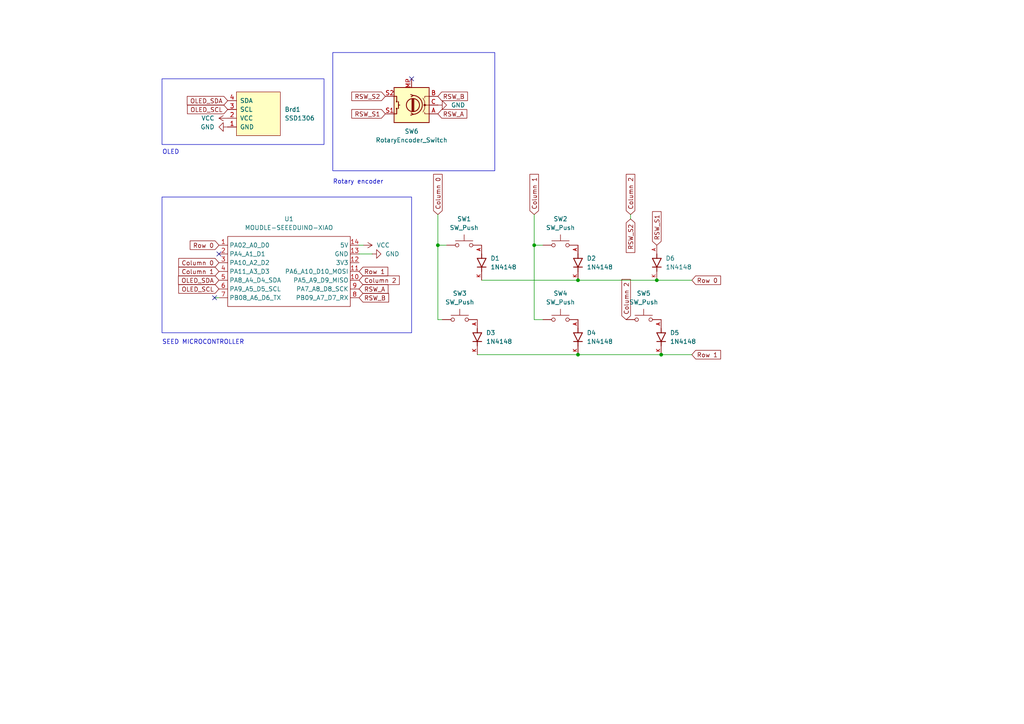
<source format=kicad_sch>
(kicad_sch (version 20231120) (generator "eeschema") (generator_version "8.0")
  (paper "A4")
  (lib_symbols
    (symbol "1N4148 Diode:1N4148" (pin_names (offset 1.016))
      (property "Reference" "D" (at -5.08 2.54 0))
      (property "Value" "1N4148" (at -5.08 -3.81 0))
      (symbol "1N4148_0_0"
        (polyline (pts (xy -2.54 0) (xy -1.27 0)) (stroke (width 0.254)))
        (polyline (pts (xy -1.27 -1.27) (xy 1.27 0)) (stroke (width 0.254)))
        (polyline (pts (xy -1.27 0) (xy -1.27 -1.27)) (stroke (width 0.254)))
        (polyline (pts (xy -1.27 1.27) (xy -1.27 0)) (stroke (width 0.254)))
        (polyline (pts (xy 1.27 0) (xy -1.27 1.27)) (stroke (width 0.254)))
        (polyline (pts (xy 1.27 0) (xy 1.27 -1.27)) (stroke (width 0.254)))
        (polyline (pts (xy 1.27 0) (xy 2.54 0)) (stroke (width 0.254)))
        (polyline (pts (xy 1.27 1.27) (xy 1.27 0)) (stroke (width 0.254)))
        (pin passive line (at -5.08 0 0) (length 2.54) (name "~") (number "A"))
        (pin passive line (at 5.08 0 180) (length 2.54) (name "~") (number "K"))
      )
    )
    (symbol "Device:RotaryEncoder_Switch_MP" (pin_names (offset 0.254) hide)
      (property "Reference" "SW" (at 0 8.89 0))
      (property "Value" "RotaryEncoder_Switch_MP" (at 0 6.35 0))
      (symbol "RotaryEncoder_Switch_MP_0_1"
        (rectangle (start -5.08 5.08) (end 5.08 -5.08) (stroke (width 0.254)) (fill (type background)))
        (circle (center -3.81 0) (radius 0.254) (fill (type outline)))
        (circle (center -0.381 0) (radius 1.905) (stroke (width 0.254)))
        (arc (start -0.381 2.667) (mid -3.0988 -0.0635) (end -0.381 -2.794) (stroke (width 0.254)))
        (polyline (pts (xy -0.635 -1.778) (xy -0.635 1.778)) (stroke (width 0.254)))
        (polyline (pts (xy -0.381 -1.778) (xy -0.381 1.778)) (stroke (width 0.254)))
        (polyline (pts (xy -0.127 1.778) (xy -0.127 -1.778)) (stroke (width 0.254)))
        (polyline (pts (xy 3.81 0) (xy 3.429 0)) (stroke (width 0.254)))
        (polyline (pts (xy 3.81 1.016) (xy 3.81 -1.016)) (stroke (width 0.254)))
        (polyline (pts (xy -5.08 -2.54) (xy -3.81 -2.54) (xy -3.81 -2.032)))
        (polyline (pts (xy -5.08 2.54) (xy -3.81 2.54) (xy -3.81 2.032)))
        (polyline (pts (xy 0.254 -3.048) (xy -0.508 -2.794) (xy 0.127 -2.413)) (stroke (width 0.254)))
        (polyline (pts (xy 0.254 2.921) (xy -0.508 2.667) (xy 0.127 2.286)) (stroke (width 0.254)))
        (polyline (pts (xy 5.08 -2.54) (xy 4.318 -2.54) (xy 4.318 -1.016)) (stroke (width 0.254)))
        (polyline (pts (xy 5.08 2.54) (xy 4.318 2.54) (xy 4.318 1.016)) (stroke (width 0.254)))
        (polyline (pts (xy -5.08 0) (xy -3.81 0) (xy -3.81 -1.016) (xy -3.302 -2.032)))
        (polyline (pts (xy -4.318 0) (xy -3.81 0) (xy -3.81 1.016) (xy -3.302 2.032)))
        (circle (center 4.318 -1.016) (radius 0.127) (stroke (width 0.254)))
        (circle (center 4.318 1.016) (radius 0.127) (stroke (width 0.254)))
      )
      (symbol "RotaryEncoder_Switch_MP_1_1"
        (pin passive line (at -7.62 2.54 0) (length 2.54) (name "A") (number "A"))
        (pin passive line (at -7.62 -2.54 0) (length 2.54) (name "B") (number "B"))
        (pin passive line (at -7.62 0 0) (length 2.54) (name "C") (number "C"))
        (pin passive line (at 0 -7.62 90) (length 2.54) (name "MP") (number "MP"))
        (pin passive line (at 7.62 2.54 180) (length 2.54) (name "S1") (number "S1"))
        (pin passive line (at 7.62 -2.54 180) (length 2.54) (name "S2") (number "S2"))
      )
    )
    (symbol "SSD1306 128x64 OLED Display:SSD1306" (pin_names (offset 1.016))
      (property "Reference" "Brd" (at 0 -3.81 0))
      (property "Value" "SSD1306" (at 0 -1.27 0))
      (symbol "SSD1306_0_1"
        (rectangle (start -6.35 6.35) (end 6.35 -6.35) (fill (type background)))
      )
      (symbol "SSD1306_1_1"
        (pin input line (at -3.81 8.89 270) (length 2.54) (name "GND") (number "1"))
        (pin input line (at -1.27 8.89 270) (length 2.54) (name "VCC") (number "2"))
        (pin input line (at 1.27 8.89 270) (length 2.54) (name "SCL") (number "3"))
        (pin input line (at 3.81 8.89 270) (length 2.54) (name "SDA") (number "4"))
      )
    )
    (symbol "Switch:SW_Push" (pin_numbers hide) (pin_names (offset 1.016) hide)
      (property "Reference" "SW" (at 1.27 2.54 0))
      (property "Value" "SW_Push" (at 0 -1.524 0))
      (symbol "SW_Push_0_1"
        (circle (center -2.032 0) (radius 0.508))
        (polyline (pts (xy 0 1.27) (xy 0 3.048)))
        (polyline (pts (xy 2.54 1.27) (xy -2.54 1.27)))
        (circle (center 2.032 0) (radius 0.508))
        (pin passive line (at -5.08 0 0) (length 2.54) (name "1") (number "1"))
        (pin passive line (at 5.08 0 180) (length 2.54) (name "2") (number "2"))
      )
    )
    (symbol "XIAO_RP2040:MOUDLE-SEEEDUINO-XIAO"
      (property "Reference" "U" (at -16.51 11.43 0))
      (property "Value" "MOUDLE-SEEEDUINO-XIAO" (at -3.81 -11.43 0))
      (symbol "MOUDLE-SEEEDUINO-XIAO_0_1"
        (rectangle (start -16.51 10.16) (end 19.05 -10.16))
      )
      (symbol "MOUDLE-SEEEDUINO-XIAO_1_1"
        (pin passive line (at -19.05 7.62 0) (length 2.54) (name "PA02_A0_D0") (number "1"))
        (pin passive line (at 21.59 -2.54 180) (length 2.54) (name "PA5_A9_D9_MISO") (number "10"))
        (pin passive line (at 21.59 0 180) (length 2.54) (name "PA6_A10_D10_MOSI") (number "11"))
        (pin passive line (at 21.59 2.54 180) (length 2.54) (name "3V3") (number "12"))
        (pin passive line (at 21.59 5.08 180) (length 2.54) (name "GND") (number "13"))
        (pin passive line (at 21.59 7.62 180) (length 2.54) (name "5V") (number "14"))
        (pin passive line (at -19.05 5.08 0) (length 2.54) (name "PA4_A1_D1") (number "2"))
        (pin passive line (at -19.05 2.54 0) (length 2.54) (name "PA10_A2_D2") (number "3"))
        (pin passive line (at -19.05 0 0) (length 2.54) (name "PA11_A3_D3") (number "4"))
        (pin passive line (at -19.05 -2.54 0) (length 2.54) (name "PA8_A4_D4_SDA") (number "5"))
        (pin passive line (at -19.05 -5.08 0) (length 2.54) (name "PA9_A5_D5_SCL") (number "6"))
        (pin passive line (at -19.05 -7.62 0) (length 2.54) (name "PB08_A6_D6_TX") (number "7"))
        (pin passive line (at 21.59 -7.62 180) (length 2.54) (name "PB09_A7_D7_RX") (number "8"))
        (pin passive line (at 21.59 -5.08 180) (length 2.54) (name "PA7_A8_D8_SCK") (number "9"))
      )
    )
    (symbol "power:GND" (power) (pin_numbers hide) (pin_names (offset 0) hide)
      (property "Value" "GND" (at 0 -3.81 0))
      (symbol "GND_0_1"
        (polyline (pts (xy 0 0) (xy 0 -1.27) (xy 1.27 -1.27) (xy 0 -2.54) (xy -1.27 -1.27) (xy 0 -1.27)))
      )
      (symbol "GND_1_1"
        (pin power_in line (at 0 0 270) (length 0) (name "~") (number "1"))
      )
    )
    (symbol "power:VCC" (power) (pin_numbers hide) (pin_names (offset 0) hide)
      (property "Value" "VCC" (at 0 3.556 0))
      (symbol "VCC_0_1"
        (polyline (pts (xy -0.762 1.27) (xy 0 2.54)))
        (polyline (pts (xy 0 0) (xy 0 2.54)))
        (polyline (pts (xy 0 2.54) (xy 0.762 1.27)))
      )
      (symbol "VCC_1_1"
        (pin power_in line (at 0 0 90) (length 0) (name "~") (number "1"))
      )
    )
  )
  (junction (at 154.94 71.12))
  (junction (at 191.77 102.87))
  (junction (at 190.5 81.28))
  (junction (at 127 71.12))
  (junction (at 167.64 81.28))
  (junction (at 167.64 102.87))
  (no_connect (at 119.38 22.86))
  (no_connect (at 62.23 86.36))
  (no_connect (at 63.5 73.66))
  (wire (pts (xy 139.7 81.28) (xy 167.64 81.28)))
  (wire (pts (xy 182.88 62.23) (xy 182.88 63.5)))
  (wire (pts (xy 190.5 81.28) (xy 200.66 81.28)))
  (wire (pts (xy 127 92.71) (xy 128.27 92.71)))
  (wire (pts (xy 167.64 102.87) (xy 191.77 102.87)))
  (wire (pts (xy 154.94 62.23) (xy 154.94 71.12)))
  (wire (pts (xy 127 62.23) (xy 127 71.12)))
  (wire (pts (xy 154.94 71.12) (xy 157.48 71.12)))
  (wire (pts (xy 138.43 102.87) (xy 167.64 102.87)))
  (wire (pts (xy 127 71.12) (xy 129.54 71.12)))
  (wire (pts (xy 62.23 86.36) (xy 63.5 86.36)))
  (wire (pts (xy 154.94 71.12) (xy 154.94 92.71)))
  (wire (pts (xy 127 71.12) (xy 127 92.71)))
  (wire (pts (xy 154.94 92.71) (xy 157.48 92.71)))
  (wire (pts (xy 191.77 102.87) (xy 200.66 102.87)))
  (wire (pts (xy 167.64 81.28) (xy 190.5 81.28)))
  (wire (pts (xy 105.41 71.12) (xy 104.14 71.12)))
  (wire (pts (xy 107.95 73.66) (xy 104.14 73.66)))
  (rectangle (start 96.52 15.24) (end 143.51 49.53))
  (rectangle (start 46.99 57.15) (end 119.38 96.52))
  (rectangle (start 46.99 22.86) (end 93.98 41.91))
  (text "SEED MICROCONTROLLER\n" (at 58.928 99.314 0) (effects (font (size 1.27 1.27))))
  (text "Rotary encoder\n" (at 103.886 52.832 0) (effects (font (size 1.27 1.27))))
  (text "OLED" (at 49.53 44.196 0) (effects (font (size 1.27 1.27))))
  (global_label "OLED_SDA" (shape input) (at 66.04 29.21 180) (property "Intersheetrefs" "${INTERSHEET_REFS}" (effects (hide yes))))
  (global_label "Row 0" (shape input) (at 63.5 71.12 180) (property "Intersheetrefs" "${INTERSHEET_REFS}" (effects (hide yes))))
  (global_label "Column 0" (shape input) (at 63.5 76.2 180) (property "Intersheetrefs" "${INTERSHEET_REFS}" (effects (hide yes))))
  (global_label "Column 2" (shape input) (at 181.61 92.71 90) (property "Intersheetrefs" "${INTERSHEET_REFS}" (effects (hide yes))))
  (global_label "OLED_SDA" (shape input) (at 63.5 81.28 180) (property "Intersheetrefs" "${INTERSHEET_REFS}" (effects (hide yes))))
  (global_label "Row 1" (shape input) (at 104.14 78.74 0) (property "Intersheetrefs" "${INTERSHEET_REFS}" (effects (hide yes))))
  (global_label "RSW_S2" (shape input) (at 182.88 63.5 270) (property "Intersheetrefs" "${INTERSHEET_REFS}" (effects (hide yes))))
  (global_label "Column 0" (shape input) (at 127 62.23 90) (property "Intersheetrefs" "${INTERSHEET_REFS}" (effects (hide yes))))
  (global_label "RSW_B" (shape input) (at 127 27.94 0) (property "Intersheetrefs" "${INTERSHEET_REFS}" (effects (hide yes))))
  (global_label "RSW_A" (shape input) (at 104.14 83.82 0) (property "Intersheetrefs" "${INTERSHEET_REFS}" (effects (hide yes))))
  (global_label "OLED_SCL" (shape input) (at 66.04 31.75 180) (property "Intersheetrefs" "${INTERSHEET_REFS}" (effects (hide yes))))
  (global_label "RSW_A" (shape input) (at 127 33.02 0) (property "Intersheetrefs" "${INTERSHEET_REFS}" (effects (hide yes))))
  (global_label "Column 1" (shape input) (at 154.94 62.23 90) (property "Intersheetrefs" "${INTERSHEET_REFS}" (effects (hide yes))))
  (global_label "RSW_S2" (shape input) (at 111.76 27.94 180) (property "Intersheetrefs" "${INTERSHEET_REFS}" (effects (hide yes))))
  (global_label "Column 2" (shape input) (at 104.14 81.28 0) (property "Intersheetrefs" "${INTERSHEET_REFS}" (effects (hide yes))))
  (global_label "RSW_S1" (shape input) (at 111.76 33.02 180) (property "Intersheetrefs" "${INTERSHEET_REFS}" (effects (hide yes))))
  (global_label "OLED_SCL" (shape input) (at 63.5 83.82 180) (property "Intersheetrefs" "${INTERSHEET_REFS}" (effects (hide yes))))
  (global_label "Column 2" (shape input) (at 182.88 62.23 90) (property "Intersheetrefs" "${INTERSHEET_REFS}" (effects (hide yes))))
  (global_label "RSW_S1" (shape input) (at 190.5 71.12 90) (property "Intersheetrefs" "${INTERSHEET_REFS}" (effects (hide yes))))
  (global_label "Row 1" (shape input) (at 200.66 102.87 0) (property "Intersheetrefs" "${INTERSHEET_REFS}" (effects (hide yes))))
  (global_label "RSW_B" (shape input) (at 104.14 86.36 0) (property "Intersheetrefs" "${INTERSHEET_REFS}" (effects (hide yes))))
  (global_label "Row 0" (shape input) (at 200.66 81.28 0) (property "Intersheetrefs" "${INTERSHEET_REFS}" (effects (hide yes))))
  (global_label "Column 1" (shape input) (at 63.5 78.74 180) (property "Intersheetrefs" "${INTERSHEET_REFS}" (effects (hide yes))))
  (symbol (lib_id "power:GND") (at 107.95 73.66 90) (unit 1)
    (property "Reference" "#PWR02" (effects (hide yes)))
    (property "Value" "GND" (at 111.76 73.6599 90) (effects (justify right)))
    (property "Description" "Power symbol creates a global label with name \"GND\" , ground" (effects (hide yes)))
  )
  (symbol (lib_id "1N4148 Diode:1N4148") (at 138.43 97.79 270) (unit 1)
    (property "Reference" "D3" (at 140.97 96.5199 90) (effects (justify left)))
    (property "Value" "1N4148" (at 140.97 99.0599 90) (effects (justify left)))
    (property "Footprint" "footprints:1N4148 Diode" (effects (hide yes)))
    (property "MF" "onsemi" (effects (hide yes)))
    (property "MAXIMUM_PACKAGE_HEIGHT" "1.91mm" (effects (hide yes)))
    (property "Package" "AXIAL LEAD-2 ON Semiconductor" (effects (hide yes)))
    (property "Price" "None" (effects (hide yes)))
    (property "Check_prices" "https://www.snapeda.com/parts/1N4148/Onsemi/view-part/?ref=eda" (effects (hide yes)))
    (property "STANDARD" "IPC-7351B" (effects (hide yes)))
    (property "PARTREV" "5" (effects (hide yes)))
    (property "SnapEDA_Link" "https://www.snapeda.com/parts/1N4148/Onsemi/view-part/?ref=snap" (effects (hide yes)))
    (property "MP" "1N4148" (effects (hide yes)))
    (property "Purchase-URL" "https://www.snapeda.com/api/url_track_click_mouser/?unipart_id=6591148&manufacturer=onsemi&part_name=1N4148&search_term=None" (effects (hide yes)))
    (property "Description_1" "\nDiode Standard 75V 200mA Surface Mount SOD-523F\n" (effects (hide yes)))
    (property "Availability" "In Stock" (effects (hide yes)))
    (property "MANUFACTURER" "Onsemi" (effects (hide yes)))
  )
  (symbol (lib_id "Device:RotaryEncoder_Switch_MP") (at 119.38 30.48 180) (unit 1)
    (property "Reference" "SW6" (at 119.38 38.1 0))
    (property "Value" "RotaryEncoder_Switch" (at 119.38 40.64 0))
    (property "Footprint" "Rotary_Encoder:RotaryEncoder_Alps_EC11E-Switch_Vertical_H20mm" (effects (hide yes)))
    (property "Description" "Rotary encoder, dual channel, incremental quadrate outputs, with switch and MP Pin" (effects (hide yes)))
  )
  (symbol (lib_id "1N4148 Diode:1N4148") (at 190.5 76.2 270) (unit 1)
    (property "Reference" "D6" (at 193.04 74.9299 90) (effects (justify left)))
    (property "Value" "1N4148" (at 193.04 77.4699 90) (effects (justify left)))
    (property "Footprint" "footprints:1N4148 Diode" (effects (hide yes)))
    (property "MF" "onsemi" (effects (hide yes)))
    (property "MAXIMUM_PACKAGE_HEIGHT" "1.91mm" (effects (hide yes)))
    (property "Package" "AXIAL LEAD-2 ON Semiconductor" (effects (hide yes)))
    (property "Price" "None" (effects (hide yes)))
    (property "Check_prices" "https://www.snapeda.com/parts/1N4148/Onsemi/view-part/?ref=eda" (effects (hide yes)))
    (property "STANDARD" "IPC-7351B" (effects (hide yes)))
    (property "PARTREV" "5" (effects (hide yes)))
    (property "SnapEDA_Link" "https://www.snapeda.com/parts/1N4148/Onsemi/view-part/?ref=snap" (effects (hide yes)))
    (property "MP" "1N4148" (effects (hide yes)))
    (property "Purchase-URL" "https://www.snapeda.com/api/url_track_click_mouser/?unipart_id=6591148&manufacturer=onsemi&part_name=1N4148&search_term=None" (effects (hide yes)))
    (property "Description_1" "\nDiode Standard 75V 200mA Surface Mount SOD-523F\n" (effects (hide yes)))
    (property "Availability" "In Stock" (effects (hide yes)))
    (property "MANUFACTURER" "Onsemi" (effects (hide yes)))
  )
  (symbol (lib_id "Switch:SW_Push") (at 162.56 71.12 0) (unit 1)
    (property "Reference" "SW2" (at 162.56 63.5 0))
    (property "Value" "SW_Push" (at 162.56 66.04 0))
    (property "Footprint" "Button_Switch_Keyboard:SW_Cherry_MX_1.00u_PCB" (effects (hide yes)))
    (property "Description" "Push button switch, generic, two pins" (effects (hide yes)))
  )
  (symbol (lib_id "1N4148 Diode:1N4148") (at 167.64 76.2 270) (unit 1)
    (property "Reference" "D2" (at 170.18 74.9299 90) (effects (justify left)))
    (property "Value" "1N4148" (at 170.18 77.4699 90) (effects (justify left)))
    (property "Footprint" "footprints:1N4148 Diode" (effects (hide yes)))
    (property "MF" "onsemi" (effects (hide yes)))
    (property "MAXIMUM_PACKAGE_HEIGHT" "1.91mm" (effects (hide yes)))
    (property "Package" "AXIAL LEAD-2 ON Semiconductor" (effects (hide yes)))
    (property "Price" "None" (effects (hide yes)))
    (property "Check_prices" "https://www.snapeda.com/parts/1N4148/Onsemi/view-part/?ref=eda" (effects (hide yes)))
    (property "STANDARD" "IPC-7351B" (effects (hide yes)))
    (property "PARTREV" "5" (effects (hide yes)))
    (property "SnapEDA_Link" "https://www.snapeda.com/parts/1N4148/Onsemi/view-part/?ref=snap" (effects (hide yes)))
    (property "MP" "1N4148" (effects (hide yes)))
    (property "Purchase-URL" "https://www.snapeda.com/api/url_track_click_mouser/?unipart_id=6591148&manufacturer=onsemi&part_name=1N4148&search_term=None" (effects (hide yes)))
    (property "Description_1" "\nDiode Standard 75V 200mA Surface Mount SOD-523F\n" (effects (hide yes)))
    (property "Availability" "In Stock" (effects (hide yes)))
    (property "MANUFACTURER" "Onsemi" (effects (hide yes)))
  )
  (symbol (lib_id "1N4148 Diode:1N4148") (at 139.7 76.2 270) (unit 1)
    (property "Reference" "D1" (at 142.24 74.9299 90) (effects (justify left)))
    (property "Value" "1N4148" (at 142.24 77.4699 90) (effects (justify left)))
    (property "Footprint" "footprints:1N4148 Diode" (effects (hide yes)))
    (property "MF" "onsemi" (effects (hide yes)))
    (property "MAXIMUM_PACKAGE_HEIGHT" "1.91mm" (effects (hide yes)))
    (property "Package" "AXIAL LEAD-2 ON Semiconductor" (effects (hide yes)))
    (property "Price" "None" (effects (hide yes)))
    (property "Check_prices" "https://www.snapeda.com/parts/1N4148/Onsemi/view-part/?ref=eda" (effects (hide yes)))
    (property "STANDARD" "IPC-7351B" (effects (hide yes)))
    (property "PARTREV" "5" (effects (hide yes)))
    (property "SnapEDA_Link" "https://www.snapeda.com/parts/1N4148/Onsemi/view-part/?ref=snap" (effects (hide yes)))
    (property "MP" "1N4148" (effects (hide yes)))
    (property "Purchase-URL" "https://www.snapeda.com/api/url_track_click_mouser/?unipart_id=6591148&manufacturer=onsemi&part_name=1N4148&search_term=None" (effects (hide yes)))
    (property "Description_1" "\nDiode Standard 75V 200mA Surface Mount SOD-523F\n" (effects (hide yes)))
    (property "Availability" "In Stock" (effects (hide yes)))
    (property "MANUFACTURER" "Onsemi" (effects (hide yes)))
  )
  (symbol (lib_id "Switch:SW_Push") (at 186.69 92.71 0) (unit 1)
    (property "Reference" "SW5" (at 186.69 85.09 0))
    (property "Value" "SW_Push" (at 186.69 87.63 0))
    (property "Footprint" "Button_Switch_Keyboard:SW_Cherry_MX_1.00u_PCB" (effects (hide yes)))
    (property "Description" "Push button switch, generic, two pins" (effects (hide yes)))
  )
  (symbol (lib_id "SSD1306 128x64 OLED Display:SSD1306") (at 74.93 33.02 90) (unit 1)
    (property "Reference" "Brd1" (at 82.55 31.7499 90) (effects (justify right)))
    (property "Value" "SSD1306" (at 82.55 34.2899 90) (effects (justify right)))
    (property "Footprint" "footprints:SSD1306 128x64 OLED" (effects (hide yes)))
  )
  (symbol (lib_id "power:VCC") (at 66.04 34.29 90) (unit 1)
    (property "Reference" "#PWR05" (effects (hide yes)))
    (property "Value" "VCC" (at 62.23 34.2899 90) (effects (justify left)))
    (property "Description" "Power symbol creates a global label with name \"VCC\"" (effects (hide yes)))
  )
  (symbol (lib_id "Switch:SW_Push") (at 133.35 92.71 0) (unit 1)
    (property "Reference" "SW3" (at 133.35 85.09 0))
    (property "Value" "SW_Push" (at 133.35 87.63 0))
    (property "Footprint" "Button_Switch_Keyboard:SW_Cherry_MX_1.00u_PCB" (effects (hide yes)))
    (property "Description" "Push button switch, generic, two pins" (effects (hide yes)))
  )
  (symbol (lib_id "1N4148 Diode:1N4148") (at 191.77 97.79 270) (unit 1)
    (property "Reference" "D5" (at 194.31 96.5199 90) (effects (justify left)))
    (property "Value" "1N4148" (at 194.31 99.0599 90) (effects (justify left)))
    (property "Footprint" "footprints:1N4148 Diode" (effects (hide yes)))
    (property "MF" "onsemi" (effects (hide yes)))
    (property "MAXIMUM_PACKAGE_HEIGHT" "1.91mm" (effects (hide yes)))
    (property "Package" "AXIAL LEAD-2 ON Semiconductor" (effects (hide yes)))
    (property "Price" "None" (effects (hide yes)))
    (property "Check_prices" "https://www.snapeda.com/parts/1N4148/Onsemi/view-part/?ref=eda" (effects (hide yes)))
    (property "STANDARD" "IPC-7351B" (effects (hide yes)))
    (property "PARTREV" "5" (effects (hide yes)))
    (property "SnapEDA_Link" "https://www.snapeda.com/parts/1N4148/Onsemi/view-part/?ref=snap" (effects (hide yes)))
    (property "MP" "1N4148" (effects (hide yes)))
    (property "Purchase-URL" "https://www.snapeda.com/api/url_track_click_mouser/?unipart_id=6591148&manufacturer=onsemi&part_name=1N4148&search_term=None" (effects (hide yes)))
    (property "Description_1" "\nDiode Standard 75V 200mA Surface Mount SOD-523F\n" (effects (hide yes)))
    (property "Availability" "In Stock" (effects (hide yes)))
    (property "MANUFACTURER" "Onsemi" (effects (hide yes)))
  )
  (symbol (lib_id "XIAO_RP2040:MOUDLE-SEEEDUINO-XIAO") (at 82.55 78.74 0) (unit 1)
    (property "Reference" "U1" (at 83.82 63.5 0))
    (property "Value" "MOUDLE-SEEEDUINO-XIAO" (at 83.82 66.04 0))
    (property "Footprint" "footprints:XIAO-Generic-Hybrid-14P-2.54-21X17.8MM" (effects (hide yes)))
  )
  (symbol (lib_id "power:GND") (at 66.04 36.83 270) (unit 1)
    (property "Reference" "#PWR06" (effects (hide yes)))
    (property "Value" "GND" (at 62.23 36.8299 90) (effects (justify right)))
    (property "Description" "Power symbol creates a global label with name \"GND\" , ground" (effects (hide yes)))
  )
  (symbol (lib_id "power:VCC") (at 105.41 71.12 270) (unit 1)
    (property "Reference" "#PWR04" (effects (hide yes)))
    (property "Value" "VCC" (at 109.22 71.1199 90) (effects (justify left)))
    (property "Description" "Power symbol creates a global label with name \"VCC\"" (effects (hide yes)))
  )
  (symbol (lib_id "1N4148 Diode:1N4148") (at 167.64 97.79 270) (unit 1)
    (property "Reference" "D4" (at 170.18 96.5199 90) (effects (justify left)))
    (property "Value" "1N4148" (at 170.18 99.0599 90) (effects (justify left)))
    (property "Footprint" "footprints:1N4148 Diode" (effects (hide yes)))
    (property "MF" "onsemi" (effects (hide yes)))
    (property "MAXIMUM_PACKAGE_HEIGHT" "1.91mm" (effects (hide yes)))
    (property "Package" "AXIAL LEAD-2 ON Semiconductor" (effects (hide yes)))
    (property "Price" "None" (effects (hide yes)))
    (property "Check_prices" "https://www.snapeda.com/parts/1N4148/Onsemi/view-part/?ref=eda" (effects (hide yes)))
    (property "STANDARD" "IPC-7351B" (effects (hide yes)))
    (property "PARTREV" "5" (effects (hide yes)))
    (property "SnapEDA_Link" "https://www.snapeda.com/parts/1N4148/Onsemi/view-part/?ref=snap" (effects (hide yes)))
    (property "MP" "1N4148" (effects (hide yes)))
    (property "Purchase-URL" "https://www.snapeda.com/api/url_track_click_mouser/?unipart_id=6591148&manufacturer=onsemi&part_name=1N4148&search_term=None" (effects (hide yes)))
    (property "Description_1" "\nDiode Standard 75V 200mA Surface Mount SOD-523F\n" (effects (hide yes)))
    (property "Availability" "In Stock" (effects (hide yes)))
    (property "MANUFACTURER" "Onsemi" (effects (hide yes)))
  )
  (symbol (lib_id "Switch:SW_Push") (at 162.56 92.71 0) (unit 1)
    (property "Reference" "SW4" (at 162.56 85.09 0))
    (property "Value" "SW_Push" (at 162.56 87.63 0))
    (property "Footprint" "Button_Switch_Keyboard:SW_Cherry_MX_1.00u_PCB" (effects (hide yes)))
    (property "Description" "Push button switch, generic, two pins" (effects (hide yes)))
  )
  (symbol (lib_id "Switch:SW_Push") (at 134.62 71.12 0) (unit 1)
    (property "Reference" "SW1" (at 134.62 63.5 0))
    (property "Value" "SW_Push" (at 134.62 66.04 0))
    (property "Footprint" "Button_Switch_Keyboard:SW_Cherry_MX_1.00u_PCB" (effects (hide yes)))
    (property "Description" "Push button switch, generic, two pins" (effects (hide yes)))
  )
  (symbol (lib_id "power:GND") (at 127 30.48 90) (unit 1)
    (property "Reference" "#PWR03" (effects (hide yes)))
    (property "Value" "GND" (at 130.81 30.4799 90) (effects (justify right)))
    (property "Description" "Power symbol creates a global label with name \"GND\" , ground" (effects (hide yes)))
  )
)
</source>
